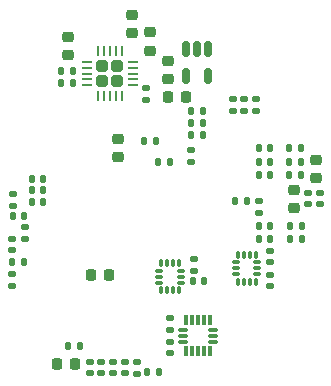
<source format=gbr>
%TF.GenerationSoftware,KiCad,Pcbnew,8.0.4*%
%TF.CreationDate,2024-12-05T11:14:02-05:00*%
%TF.ProjectId,IMpack,494d7061-636b-42e6-9b69-6361645f7063,rev?*%
%TF.SameCoordinates,Original*%
%TF.FileFunction,Paste,Bot*%
%TF.FilePolarity,Positive*%
%FSLAX46Y46*%
G04 Gerber Fmt 4.6, Leading zero omitted, Abs format (unit mm)*
G04 Created by KiCad (PCBNEW 8.0.4) date 2024-12-05 11:14:02*
%MOMM*%
%LPD*%
G01*
G04 APERTURE LIST*
G04 Aperture macros list*
%AMRoundRect*
0 Rectangle with rounded corners*
0 $1 Rounding radius*
0 $2 $3 $4 $5 $6 $7 $8 $9 X,Y pos of 4 corners*
0 Add a 4 corners polygon primitive as box body*
4,1,4,$2,$3,$4,$5,$6,$7,$8,$9,$2,$3,0*
0 Add four circle primitives for the rounded corners*
1,1,$1+$1,$2,$3*
1,1,$1+$1,$4,$5*
1,1,$1+$1,$6,$7*
1,1,$1+$1,$8,$9*
0 Add four rect primitives between the rounded corners*
20,1,$1+$1,$2,$3,$4,$5,0*
20,1,$1+$1,$4,$5,$6,$7,0*
20,1,$1+$1,$6,$7,$8,$9,0*
20,1,$1+$1,$8,$9,$2,$3,0*%
G04 Aperture macros list end*
%ADD10RoundRect,0.147500X0.147500X0.172500X-0.147500X0.172500X-0.147500X-0.172500X0.147500X-0.172500X0*%
%ADD11RoundRect,0.135000X0.135000X0.185000X-0.135000X0.185000X-0.135000X-0.185000X0.135000X-0.185000X0*%
%ADD12RoundRect,0.150000X-0.150000X0.512500X-0.150000X-0.512500X0.150000X-0.512500X0.150000X0.512500X0*%
%ADD13RoundRect,0.140000X-0.170000X0.140000X-0.170000X-0.140000X0.170000X-0.140000X0.170000X0.140000X0*%
%ADD14RoundRect,0.225000X-0.250000X0.225000X-0.250000X-0.225000X0.250000X-0.225000X0.250000X0.225000X0*%
%ADD15RoundRect,0.218750X-0.218750X-0.256250X0.218750X-0.256250X0.218750X0.256250X-0.218750X0.256250X0*%
%ADD16RoundRect,0.135000X0.185000X-0.135000X0.185000X0.135000X-0.185000X0.135000X-0.185000X-0.135000X0*%
%ADD17RoundRect,0.147500X-0.172500X0.147500X-0.172500X-0.147500X0.172500X-0.147500X0.172500X0.147500X0*%
%ADD18RoundRect,0.135000X-0.135000X-0.185000X0.135000X-0.185000X0.135000X0.185000X-0.135000X0.185000X0*%
%ADD19RoundRect,0.140000X0.140000X0.170000X-0.140000X0.170000X-0.140000X-0.170000X0.140000X-0.170000X0*%
%ADD20RoundRect,0.140000X-0.140000X-0.170000X0.140000X-0.170000X0.140000X0.170000X-0.140000X0.170000X0*%
%ADD21RoundRect,0.087500X-0.087500X0.225000X-0.087500X-0.225000X0.087500X-0.225000X0.087500X0.225000X0*%
%ADD22RoundRect,0.087500X-0.225000X0.087500X-0.225000X-0.087500X0.225000X-0.087500X0.225000X0.087500X0*%
%ADD23RoundRect,0.218750X-0.256250X0.218750X-0.256250X-0.218750X0.256250X-0.218750X0.256250X0.218750X0*%
%ADD24RoundRect,0.135000X-0.185000X0.135000X-0.185000X-0.135000X0.185000X-0.135000X0.185000X0.135000X0*%
%ADD25RoundRect,0.225000X0.225000X0.250000X-0.225000X0.250000X-0.225000X-0.250000X0.225000X-0.250000X0*%
%ADD26RoundRect,0.147500X-0.147500X-0.172500X0.147500X-0.172500X0.147500X0.172500X-0.147500X0.172500X0*%
%ADD27RoundRect,0.075000X-0.075000X0.387500X-0.075000X-0.387500X0.075000X-0.387500X0.075000X0.387500X0*%
%ADD28RoundRect,0.075000X-0.325000X0.075000X-0.325000X-0.075000X0.325000X-0.075000X0.325000X0.075000X0*%
%ADD29RoundRect,0.250000X0.255000X0.255000X-0.255000X0.255000X-0.255000X-0.255000X0.255000X-0.255000X0*%
%ADD30RoundRect,0.062500X0.350000X0.062500X-0.350000X0.062500X-0.350000X-0.062500X0.350000X-0.062500X0*%
%ADD31RoundRect,0.062500X0.062500X0.350000X-0.062500X0.350000X-0.062500X-0.350000X0.062500X-0.350000X0*%
%ADD32RoundRect,0.140000X0.170000X-0.140000X0.170000X0.140000X-0.170000X0.140000X-0.170000X-0.140000X0*%
%ADD33RoundRect,0.225000X0.250000X-0.225000X0.250000X0.225000X-0.250000X0.225000X-0.250000X-0.225000X0*%
G04 APERTURE END LIST*
D10*
%TO.C,D501*%
X102385000Y-98000000D03*
X101415000Y-98000000D03*
%TD*%
D11*
%TO.C,R505*%
X113510000Y-99100000D03*
X112490000Y-99100000D03*
%TD*%
D12*
%TO.C,U202*%
X103750000Y-88462500D03*
X104700000Y-88462500D03*
X105650000Y-88462500D03*
X105650000Y-90737500D03*
X103750000Y-90737500D03*
%TD*%
D10*
%TO.C,L301*%
X91685000Y-99400000D03*
X90715000Y-99400000D03*
%TD*%
D13*
%TO.C,C701*%
X95600000Y-114905000D03*
X95600000Y-115865000D03*
%TD*%
D14*
%TO.C,C202*%
X102200000Y-89425000D03*
X102200000Y-90975000D03*
%TD*%
D15*
%TO.C,FB701*%
X92812500Y-115100000D03*
X94387500Y-115100000D03*
%TD*%
D16*
%TO.C,R203*%
X100400000Y-92710000D03*
X100400000Y-91690000D03*
%TD*%
D17*
%TO.C,D701*%
X96600000Y-114915000D03*
X96600000Y-115885000D03*
%TD*%
D13*
%TO.C,C601*%
X104400000Y-106220000D03*
X104400000Y-107180000D03*
%TD*%
D18*
%TO.C,R201*%
X93190000Y-90300000D03*
X94210000Y-90300000D03*
%TD*%
D13*
%TO.C,C604*%
X102400000Y-111220000D03*
X102400000Y-112180000D03*
%TD*%
D19*
%TO.C,C603*%
X105300000Y-108100000D03*
X104340000Y-108100000D03*
%TD*%
D16*
%TO.C,R209*%
X108700000Y-93710000D03*
X108700000Y-92690000D03*
%TD*%
D14*
%TO.C,C201*%
X100700000Y-87025000D03*
X100700000Y-88575000D03*
%TD*%
D17*
%TO.C,D703*%
X98600000Y-114915000D03*
X98600000Y-115885000D03*
%TD*%
D20*
%TO.C,C310*%
X90720000Y-101400000D03*
X91680000Y-101400000D03*
%TD*%
D17*
%TO.C,D504*%
X109900000Y-101315000D03*
X109900000Y-102285000D03*
%TD*%
D21*
%TO.C,U601*%
X101650000Y-106537500D03*
X102150000Y-106537500D03*
X102650000Y-106537500D03*
X103150000Y-106537500D03*
D22*
X103312500Y-107200000D03*
X103312500Y-107700000D03*
X103312500Y-108200000D03*
D21*
X103150000Y-108862500D03*
X102650000Y-108862500D03*
X102150000Y-108862500D03*
X101650000Y-108862500D03*
D22*
X101487500Y-108200000D03*
X101487500Y-107700000D03*
X101487500Y-107200000D03*
%TD*%
D23*
%TO.C,FB201*%
X99200000Y-85512500D03*
X99200000Y-87087500D03*
%TD*%
D18*
%TO.C,R602*%
X100490000Y-115800000D03*
X101510000Y-115800000D03*
%TD*%
D11*
%TO.C,R506*%
X113510000Y-98000000D03*
X112490000Y-98000000D03*
%TD*%
%TO.C,R306*%
X90010000Y-106500000D03*
X88990000Y-106500000D03*
%TD*%
D18*
%TO.C,R701*%
X93790000Y-113600000D03*
X94810000Y-113600000D03*
%TD*%
D11*
%TO.C,R504*%
X113610000Y-103400000D03*
X112590000Y-103400000D03*
%TD*%
D19*
%TO.C,C308*%
X101180000Y-96190000D03*
X100220000Y-96190000D03*
%TD*%
D11*
%TO.C,R204*%
X105210000Y-94700000D03*
X104190000Y-94700000D03*
%TD*%
D13*
%TO.C,C502*%
X114100000Y-100620000D03*
X114100000Y-101580000D03*
%TD*%
D24*
%TO.C,R307*%
X89100000Y-100690000D03*
X89100000Y-101710000D03*
%TD*%
D25*
%TO.C,C203*%
X103775000Y-92500000D03*
X102225000Y-92500000D03*
%TD*%
D13*
%TO.C,C602*%
X102400000Y-113220000D03*
X102400000Y-114180000D03*
%TD*%
D10*
%TO.C,D507*%
X110885000Y-98000000D03*
X109915000Y-98000000D03*
%TD*%
D14*
%TO.C,C501*%
X112900000Y-100325000D03*
X112900000Y-101875000D03*
%TD*%
D26*
%TO.C,D306*%
X89115000Y-102600000D03*
X90085000Y-102600000D03*
%TD*%
D17*
%TO.C,D702*%
X97600000Y-114915000D03*
X97600000Y-115885000D03*
%TD*%
D25*
%TO.C,C303*%
X97275000Y-107600000D03*
X95725000Y-107600000D03*
%TD*%
D11*
%TO.C,R507*%
X113510000Y-96800000D03*
X112490000Y-96800000D03*
%TD*%
D27*
%TO.C,U602*%
X103800000Y-111412500D03*
X104300000Y-111412500D03*
X104800000Y-111412500D03*
X105300000Y-111412500D03*
X105800000Y-111412500D03*
D28*
X106075000Y-112200000D03*
X106075000Y-112700000D03*
X106075000Y-113200000D03*
D27*
X105800000Y-113987500D03*
X105300000Y-113987500D03*
X104800000Y-113987500D03*
X104300000Y-113987500D03*
X103800000Y-113987500D03*
D28*
X103525000Y-113200000D03*
X103525000Y-112700000D03*
X103525000Y-112200000D03*
%TD*%
D16*
%TO.C,R702*%
X99600000Y-115910000D03*
X99600000Y-114890000D03*
%TD*%
D18*
%TO.C,R202*%
X93190000Y-91300000D03*
X94210000Y-91300000D03*
%TD*%
D23*
%TO.C,FB501*%
X114800000Y-97812500D03*
X114800000Y-99387500D03*
%TD*%
D16*
%TO.C,R207*%
X109700000Y-93710000D03*
X109700000Y-92690000D03*
%TD*%
D17*
%TO.C,D305*%
X89000000Y-107515000D03*
X89000000Y-108485000D03*
%TD*%
D10*
%TO.C,D503*%
X110885000Y-103400000D03*
X109915000Y-103400000D03*
%TD*%
D17*
%TO.C,D304*%
X89000000Y-104515000D03*
X89000000Y-105485000D03*
%TD*%
D11*
%TO.C,R206*%
X105210000Y-93700000D03*
X104190000Y-93700000D03*
%TD*%
D29*
%TO.C,U201*%
X97925000Y-91125000D03*
X97925000Y-89875000D03*
X96675000Y-91125000D03*
X96675000Y-89875000D03*
D30*
X99237500Y-89500000D03*
X99237500Y-90000000D03*
X99237500Y-90500000D03*
X99237500Y-91000000D03*
X99237500Y-91500000D03*
D31*
X98300000Y-92437500D03*
X97800000Y-92437500D03*
X97300000Y-92437500D03*
X96800000Y-92437500D03*
X96300000Y-92437500D03*
D30*
X95362500Y-91500000D03*
X95362500Y-91000000D03*
X95362500Y-90500000D03*
X95362500Y-90000000D03*
X95362500Y-89500000D03*
D31*
X96300000Y-88562500D03*
X96800000Y-88562500D03*
X97300000Y-88562500D03*
X97800000Y-88562500D03*
X98300000Y-88562500D03*
%TD*%
D10*
%TO.C,D508*%
X110885000Y-96800000D03*
X109915000Y-96800000D03*
%TD*%
D32*
%TO.C,C606*%
X110900000Y-108480000D03*
X110900000Y-107520000D03*
%TD*%
D33*
%TO.C,C305*%
X98000000Y-97575000D03*
X98000000Y-96025000D03*
%TD*%
D16*
%TO.C,R208*%
X107700000Y-93710000D03*
X107700000Y-92690000D03*
%TD*%
D11*
%TO.C,R503*%
X113610000Y-104500000D03*
X112590000Y-104500000D03*
%TD*%
D10*
%TO.C,D502*%
X110885000Y-104500000D03*
X109915000Y-104500000D03*
%TD*%
D13*
%TO.C,C605*%
X110900000Y-105520000D03*
X110900000Y-106480000D03*
%TD*%
D17*
%TO.C,D506*%
X115100000Y-100615000D03*
X115100000Y-101585000D03*
%TD*%
D24*
%TO.C,R305*%
X90100000Y-103490000D03*
X90100000Y-104510000D03*
%TD*%
D11*
%TO.C,R501*%
X108910000Y-101300000D03*
X107890000Y-101300000D03*
%TD*%
D10*
%TO.C,D505*%
X110885000Y-99100000D03*
X109915000Y-99100000D03*
%TD*%
D20*
%TO.C,C309*%
X90720000Y-100400000D03*
X91680000Y-100400000D03*
%TD*%
D33*
%TO.C,C204*%
X93800000Y-88975000D03*
X93800000Y-87425000D03*
%TD*%
D21*
%TO.C,U603*%
X108150000Y-105837500D03*
X108650000Y-105837500D03*
X109150000Y-105837500D03*
X109650000Y-105837500D03*
D22*
X109812500Y-106500000D03*
X109812500Y-107000000D03*
X109812500Y-107500000D03*
D21*
X109650000Y-108162500D03*
X109150000Y-108162500D03*
X108650000Y-108162500D03*
X108150000Y-108162500D03*
D22*
X107987500Y-107500000D03*
X107987500Y-107000000D03*
X107987500Y-106500000D03*
%TD*%
D11*
%TO.C,R205*%
X105210000Y-95700000D03*
X104190000Y-95700000D03*
%TD*%
D24*
%TO.C,R502*%
X104200000Y-96990000D03*
X104200000Y-98010000D03*
%TD*%
M02*

</source>
